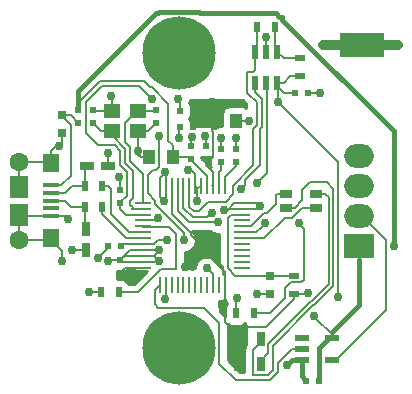
<source format=gbr>
G04 #@! TF.FileFunction,Copper,L1,Top,Signal*
%FSLAX46Y46*%
G04 Gerber Fmt 4.6, Leading zero omitted, Abs format (unit mm)*
G04 Created by KiCad (PCBNEW 4.0.1-stable) date 2/26/2016 3:51:48 AM*
%MOMM*%
G01*
G04 APERTURE LIST*
%ADD10C,0.100000*%
%ADD11R,0.750000X0.800000*%
%ADD12R,0.500000X0.600000*%
%ADD13R,1.000000X1.250000*%
%ADD14R,0.600000X0.500000*%
%ADD15R,0.762000X1.270000*%
%ADD16R,1.270000X0.762000*%
%ADD17R,1.092200X0.787400*%
%ADD18R,0.900000X0.500000*%
%ADD19R,0.500000X0.900000*%
%ADD20R,0.700000X1.300000*%
%ADD21R,0.620000X1.220000*%
%ADD22O,1.500000X0.250000*%
%ADD23O,0.250000X1.500000*%
%ADD24R,2.500000X2.000000*%
%ADD25O,2.500000X2.000000*%
%ADD26R,1.220000X0.620000*%
%ADD27C,6.200000*%
%ADD28R,1.600000X1.900000*%
%ADD29C,1.600000*%
%ADD30R,1.350000X0.400000*%
%ADD31R,1.400000X1.600000*%
%ADD32R,3.800000X2.030000*%
%ADD33R,1.400000X1.200000*%
%ADD34C,0.762000*%
%ADD35C,0.203200*%
%ADD36C,0.812800*%
%ADD37C,0.406400*%
%ADD38C,0.254000*%
G04 APERTURE END LIST*
D10*
D11*
X132080000Y-103493000D03*
X132080000Y-101993000D03*
D12*
X143002000Y-104606000D03*
X143002000Y-105706000D03*
D11*
X149733000Y-117082000D03*
X149733000Y-115582000D03*
D13*
X139462000Y-105537000D03*
X141462000Y-105537000D03*
D12*
X140081000Y-102658000D03*
X140081000Y-101558000D03*
X145542000Y-105960000D03*
X145542000Y-104860000D03*
D13*
X146796000Y-102489000D03*
X144796000Y-102489000D03*
D12*
X144272000Y-105706000D03*
X144272000Y-104606000D03*
X146812000Y-105960000D03*
X146812000Y-104860000D03*
X137033000Y-109389000D03*
X137033000Y-108289000D03*
X134747000Y-101558000D03*
X134747000Y-102658000D03*
X137033000Y-114258000D03*
X137033000Y-115358000D03*
D14*
X135975000Y-113030000D03*
X137075000Y-113030000D03*
D15*
X134112000Y-111633000D03*
X134112000Y-113411000D03*
D16*
X134239000Y-106299000D03*
X136017000Y-106299000D03*
D17*
X151028400Y-108623100D03*
X153619200Y-108623100D03*
X153619200Y-109816900D03*
X151028400Y-109816900D03*
D12*
X133477000Y-101558000D03*
X133477000Y-102658000D03*
D14*
X142071000Y-102997000D03*
X143171000Y-102997000D03*
X142071000Y-101600000D03*
X143171000Y-101600000D03*
D18*
X152273000Y-97167000D03*
X152273000Y-98667000D03*
D19*
X150102000Y-94488000D03*
X148602000Y-94488000D03*
X146824000Y-118745000D03*
X148324000Y-118745000D03*
X133997000Y-107950000D03*
X135497000Y-107950000D03*
X133997000Y-109728000D03*
X135497000Y-109728000D03*
D18*
X151765000Y-117082000D03*
X151765000Y-115582000D03*
D19*
X135382000Y-116967000D03*
X136882000Y-116967000D03*
D20*
X147005000Y-120904000D03*
X148905000Y-120904000D03*
X147005000Y-123063000D03*
X148905000Y-123063000D03*
D21*
X150302000Y-96617000D03*
X149352000Y-96617000D03*
X148402000Y-96617000D03*
X150302000Y-99217000D03*
X149352000Y-99217000D03*
X148402000Y-99217000D03*
D22*
X138920000Y-109391000D03*
X138920000Y-109891000D03*
X138920000Y-110391000D03*
X138920000Y-110891000D03*
X138920000Y-111391000D03*
X138920000Y-111891000D03*
X138920000Y-112391000D03*
X138920000Y-112891000D03*
X138920000Y-113391000D03*
X138920000Y-113891000D03*
X138920000Y-114391000D03*
X138920000Y-114891000D03*
D23*
X140370000Y-116341000D03*
X140870000Y-116341000D03*
X141370000Y-116341000D03*
X141870000Y-116341000D03*
X142370000Y-116341000D03*
X142870000Y-116341000D03*
X143370000Y-116341000D03*
X143870000Y-116341000D03*
X144370000Y-116341000D03*
X144870000Y-116341000D03*
X145370000Y-116341000D03*
X145870000Y-116341000D03*
D22*
X147320000Y-114891000D03*
X147320000Y-114391000D03*
X147320000Y-113891000D03*
X147320000Y-113391000D03*
X147320000Y-112891000D03*
X147320000Y-112391000D03*
X147320000Y-111891000D03*
X147320000Y-111391000D03*
X147320000Y-110891000D03*
X147320000Y-110391000D03*
X147320000Y-109891000D03*
X147320000Y-109391000D03*
D23*
X145870000Y-107941000D03*
X145370000Y-107941000D03*
X144870000Y-107941000D03*
X144370000Y-107941000D03*
X143870000Y-107941000D03*
X143370000Y-107941000D03*
X142870000Y-107941000D03*
X142370000Y-107941000D03*
X141870000Y-107941000D03*
X141370000Y-107941000D03*
X140870000Y-107941000D03*
X140370000Y-107941000D03*
D24*
X157226000Y-113030000D03*
D25*
X157226000Y-110490000D03*
X157226000Y-107950000D03*
X157226000Y-105410000D03*
D26*
X152370000Y-120843000D03*
X152370000Y-121793000D03*
X152370000Y-122743000D03*
X154970000Y-120843000D03*
X154970000Y-122743000D03*
D14*
X152739000Y-124460000D03*
X153839000Y-124460000D03*
D27*
X142011400Y-121691400D03*
X142011400Y-96748600D03*
D28*
X128473200Y-108020000D03*
X128473200Y-110420000D03*
D29*
X128473200Y-105920000D03*
X128473200Y-112520000D03*
D30*
X131148200Y-109220000D03*
X131148200Y-109870000D03*
X131148200Y-110520000D03*
X131148200Y-108570000D03*
X131148200Y-107920000D03*
D31*
X131148200Y-106020000D03*
X131148200Y-112420000D03*
D14*
X152950000Y-100076000D03*
X151850000Y-100076000D03*
D32*
X157480000Y-96012000D03*
D33*
X136314000Y-103339000D03*
X138514000Y-103339000D03*
X138514000Y-101639000D03*
X136314000Y-101639000D03*
D34*
X136017000Y-105179607D03*
X138532056Y-105024769D03*
X136271000Y-100330000D03*
X160528000Y-96012000D03*
X154179389Y-96012000D03*
X143554177Y-109212583D03*
X145823135Y-109980039D03*
X153924000Y-100076000D03*
X131828592Y-104617509D03*
X132080000Y-114300000D03*
X148816889Y-109687452D03*
X140684180Y-109223169D03*
X142736393Y-106619489D03*
X140850030Y-106790498D03*
X140192180Y-110721010D03*
X136905647Y-107188000D03*
X144399000Y-114935000D03*
X151157556Y-123162126D03*
X148590000Y-117094000D03*
X149352000Y-95377000D03*
X147931067Y-102501488D03*
X146812000Y-103886000D03*
X145592810Y-103886000D03*
X144221190Y-103759000D03*
X143129000Y-103831202D03*
X134366000Y-116967000D03*
X136017000Y-114300000D03*
X135128000Y-114046000D03*
X132969000Y-113411000D03*
X132588000Y-110744000D03*
X140316023Y-114340398D03*
X140335000Y-113411000D03*
X146919931Y-117457371D03*
X153419472Y-119002472D03*
X160197810Y-113030000D03*
X155448000Y-117348000D03*
X152913574Y-116995753D03*
X142494000Y-114808000D03*
X138303000Y-115951000D03*
X150368000Y-100838000D03*
X144780000Y-100838000D03*
X141931240Y-100574235D03*
X139708674Y-100575327D03*
X142440909Y-112534698D03*
X141986000Y-103886000D03*
X140335000Y-103759000D03*
X140970000Y-112522000D03*
X149280581Y-111144959D03*
X152134435Y-111130349D03*
X145308489Y-111048542D03*
X148620363Y-107713203D03*
X144779529Y-110241180D03*
X147233210Y-108244207D03*
X140779168Y-117582746D03*
D35*
X136017000Y-106299000D02*
X136017000Y-105179607D01*
X138758800Y-105537000D02*
X138532056Y-105310256D01*
X139462000Y-105537000D02*
X138758800Y-105537000D01*
X138514000Y-105006713D02*
X138532056Y-105024769D01*
X138514000Y-103339000D02*
X138514000Y-105006713D01*
X138532056Y-105310256D02*
X138532056Y-105024769D01*
X136314000Y-101639000D02*
X136314000Y-100373000D01*
X136314000Y-100373000D02*
X136271000Y-100330000D01*
X138514000Y-103339000D02*
X139400000Y-103339000D01*
X139400000Y-103339000D02*
X140081000Y-102658000D01*
X136314000Y-101639000D02*
X134828000Y-101639000D01*
X134828000Y-101639000D02*
X134747000Y-101558000D01*
D36*
X157480000Y-96012000D02*
X160528000Y-96012000D01*
X157480000Y-96012000D02*
X154179389Y-96012000D01*
D35*
X143554177Y-108337343D02*
X143554177Y-108673768D01*
X143555812Y-108335708D02*
X143554177Y-108337343D01*
X143554177Y-108673768D02*
X143554177Y-109212583D01*
X147320000Y-109891000D02*
X145912174Y-109891000D01*
X145912174Y-109891000D02*
X145823135Y-109980039D01*
X146105961Y-109980039D02*
X145823135Y-109980039D01*
X146695000Y-109391000D02*
X146105961Y-109980039D01*
X147320000Y-109391000D02*
X146695000Y-109391000D01*
X143870000Y-107941000D02*
X143555812Y-108255188D01*
X143370000Y-107941000D02*
X143555812Y-108126812D01*
X143555812Y-108255188D02*
X143555812Y-108335708D01*
X143555812Y-108126812D02*
X143555812Y-108335708D01*
X152950000Y-100076000D02*
X153924000Y-100076000D01*
X132080000Y-104366101D02*
X131828592Y-104617509D01*
X132080000Y-103493000D02*
X132080000Y-104366101D01*
X131547491Y-104617509D02*
X131828592Y-104617509D01*
X131148200Y-106020000D02*
X131148200Y-105016800D01*
X131148200Y-105016800D02*
X131547491Y-104617509D01*
X131148200Y-112420000D02*
X131148200Y-112520000D01*
X131148200Y-112520000D02*
X132080000Y-113451800D01*
X132080000Y-113451800D02*
X132080000Y-114300000D01*
X147320000Y-109891000D02*
X148613341Y-109891000D01*
X148613341Y-109891000D02*
X148816889Y-109687452D01*
X147320000Y-109391000D02*
X148520437Y-109391000D01*
X148520437Y-109391000D02*
X148816889Y-109687452D01*
X140870000Y-107941000D02*
X140870000Y-109037349D01*
X140370000Y-107941000D02*
X140370000Y-108908989D01*
X140370000Y-108908989D02*
X140684180Y-109223169D01*
X140870000Y-109037349D02*
X140684180Y-109223169D01*
X143370000Y-107941000D02*
X143370000Y-106987800D01*
X143370000Y-106987800D02*
X143001689Y-106619489D01*
X143001689Y-106619489D02*
X142736393Y-106619489D01*
X140370000Y-107941000D02*
X140370000Y-107270528D01*
X140370000Y-107270528D02*
X140850030Y-106790498D01*
X140870000Y-107941000D02*
X140870000Y-106810468D01*
X140870000Y-106810468D02*
X140850030Y-106790498D01*
X140022190Y-110891000D02*
X140192180Y-110721010D01*
X138920000Y-110891000D02*
X140022190Y-110891000D01*
X137033000Y-108289000D02*
X137033000Y-107315353D01*
X137033000Y-107315353D02*
X136905647Y-107188000D01*
X144870000Y-116341000D02*
X144870000Y-115406000D01*
X144870000Y-115406000D02*
X144399000Y-114935000D01*
D37*
X152370000Y-122743000D02*
X151576682Y-122743000D01*
X151576682Y-122743000D02*
X151157556Y-123162126D01*
D35*
X149733000Y-117082000D02*
X148602000Y-117082000D01*
X148602000Y-117082000D02*
X148590000Y-117094000D01*
X149352000Y-96617000D02*
X149352000Y-95377000D01*
X146796000Y-102489000D02*
X147918579Y-102489000D01*
X147918579Y-102489000D02*
X147931067Y-102501488D01*
X146812000Y-104860000D02*
X146812000Y-103886000D01*
X145542000Y-104860000D02*
X145542000Y-103936810D01*
X145542000Y-103936810D02*
X145592810Y-103886000D01*
X144272000Y-104606000D02*
X144272000Y-103809810D01*
X144272000Y-103809810D02*
X144221190Y-103759000D01*
X143002000Y-104606000D02*
X143002000Y-103958202D01*
X143002000Y-103958202D02*
X143129000Y-103831202D01*
X135382000Y-116967000D02*
X134366000Y-116967000D01*
X137033000Y-114258000D02*
X136059000Y-114258000D01*
X136059000Y-114258000D02*
X136017000Y-114300000D01*
X135975000Y-113030000D02*
X135975000Y-113199000D01*
X135975000Y-113199000D02*
X135128000Y-114046000D01*
X134112000Y-113411000D02*
X132969000Y-113411000D01*
X131148200Y-110520000D02*
X132364000Y-110520000D01*
X132364000Y-110520000D02*
X132588000Y-110744000D01*
X131148200Y-110520000D02*
X128573200Y-110520000D01*
X128573200Y-110520000D02*
X128473200Y-110420000D01*
X128473200Y-105920000D02*
X131048200Y-105920000D01*
X131048200Y-105920000D02*
X131148200Y-106020000D01*
X128473200Y-112520000D02*
X131048200Y-112520000D01*
X131048200Y-112520000D02*
X131148200Y-112420000D01*
X128473200Y-112520000D02*
X128473200Y-111388630D01*
X128473200Y-111388630D02*
X128473200Y-110420000D01*
X128473200Y-105920000D02*
X128473200Y-107051370D01*
X128473200Y-107051370D02*
X128473200Y-108020000D01*
X138920000Y-113891000D02*
X139855000Y-113891000D01*
X139855000Y-113891000D02*
X140335000Y-113411000D01*
X138920000Y-113891000D02*
X139866625Y-113891000D01*
X139866625Y-113891000D02*
X140316023Y-114340398D01*
X138920000Y-114391000D02*
X140265421Y-114391000D01*
X140265421Y-114391000D02*
X140316023Y-114340398D01*
X138920000Y-113391000D02*
X140315000Y-113391000D01*
X140315000Y-113391000D02*
X140335000Y-113411000D01*
X138920000Y-113391000D02*
X137850000Y-113391000D01*
X137850000Y-113391000D02*
X137033000Y-114208000D01*
X137033000Y-114208000D02*
X137033000Y-114258000D01*
X138920000Y-113891000D02*
X137400000Y-113891000D01*
X137400000Y-113891000D02*
X137033000Y-114258000D01*
X138920000Y-114391000D02*
X137166000Y-114391000D01*
X137166000Y-114391000D02*
X137033000Y-114258000D01*
D37*
X152370000Y-122743000D02*
X152370000Y-124091000D01*
X152370000Y-124091000D02*
X152739000Y-124460000D01*
D35*
X131148200Y-107920000D02*
X132026400Y-107920000D01*
X132026400Y-107920000D02*
X132856725Y-107089675D01*
X132856725Y-107089675D02*
X132856725Y-102794725D01*
X132856725Y-102794725D02*
X132080000Y-102018000D01*
X132080000Y-102018000D02*
X132080000Y-101993000D01*
X132080000Y-101993000D02*
X132812000Y-101993000D01*
X132812000Y-101993000D02*
X133477000Y-102658000D01*
X141462000Y-105537000D02*
X141462000Y-104505000D01*
X141097000Y-104140000D02*
X141097000Y-100993757D01*
X141462000Y-104505000D02*
X141097000Y-104140000D01*
X141097000Y-100993757D02*
X139675692Y-99572449D01*
X139675692Y-99572449D02*
X139517200Y-99572449D01*
X135300705Y-99107022D02*
X133477000Y-100930727D01*
X139517200Y-99572449D02*
X139051773Y-99107022D01*
X139051773Y-99107022D02*
X135300705Y-99107022D01*
X133477000Y-100930727D02*
X133477000Y-101558000D01*
D37*
X160197810Y-113030000D02*
X160197810Y-103335168D01*
X160197810Y-103335168D02*
X150758401Y-93895759D01*
X150758401Y-93895759D02*
X150758401Y-93712879D01*
X150758401Y-93712879D02*
X150677121Y-93631599D01*
X140053092Y-93343799D02*
X133459725Y-99937166D01*
X133459725Y-99937166D02*
X133459725Y-101506661D01*
X150677121Y-93631599D02*
X150494241Y-93631599D01*
X140328327Y-93242199D02*
X140226727Y-93343799D01*
X150494241Y-93631599D02*
X150206441Y-93343799D01*
X150206441Y-93343799D02*
X143796073Y-93343799D01*
X143796073Y-93343799D02*
X143694473Y-93242199D01*
X143694473Y-93242199D02*
X140328327Y-93242199D01*
X140226727Y-93343799D02*
X140053092Y-93343799D01*
D35*
X146824000Y-117553302D02*
X146919931Y-117457371D01*
X146824000Y-118745000D02*
X146824000Y-117553302D01*
X153800471Y-119383471D02*
X153419472Y-119002472D01*
X154970000Y-120329800D02*
X154746800Y-120329800D01*
X154746800Y-120329800D02*
X153800471Y-119383471D01*
X154970000Y-120843000D02*
X154970000Y-120329800D01*
X144399000Y-107970000D02*
X144370000Y-107941000D01*
D37*
X154970000Y-120329800D02*
X157226000Y-118073800D01*
X157226000Y-118073800D02*
X157226000Y-114233200D01*
D35*
X157226000Y-114233200D02*
X157226000Y-113030000D01*
D37*
X153839000Y-124460000D02*
X153839000Y-121674000D01*
X153839000Y-121674000D02*
X154670000Y-120843000D01*
D35*
X154670000Y-120843000D02*
X154970000Y-120843000D01*
X141462000Y-105537000D02*
X142833000Y-105537000D01*
X142833000Y-105537000D02*
X143002000Y-105706000D01*
X143002000Y-105706000D02*
X143002000Y-105756000D01*
X143002000Y-105756000D02*
X144379000Y-107133000D01*
X144379000Y-107133000D02*
X144379000Y-107941000D01*
X149733000Y-115582000D02*
X146772363Y-115582000D01*
X146772363Y-115582000D02*
X146110970Y-114920607D01*
X146427162Y-110391000D02*
X147329000Y-110391000D01*
X146110970Y-114920607D02*
X146110970Y-110707192D01*
X146110970Y-110707192D02*
X146427162Y-110391000D01*
X151765000Y-115582000D02*
X149733000Y-115582000D01*
X138414000Y-101639000D02*
X138514000Y-101639000D01*
X137423155Y-102629845D02*
X138414000Y-101639000D01*
X137846236Y-105893298D02*
X137846236Y-104652600D01*
X137846236Y-104652600D02*
X137423155Y-104229518D01*
X137423155Y-104229518D02*
X137423155Y-102629845D01*
X138929000Y-109391000D02*
X138929000Y-106976062D01*
X138929000Y-106976062D02*
X137846236Y-105893298D01*
X138514000Y-101639000D02*
X140000000Y-101639000D01*
X140000000Y-101639000D02*
X140081000Y-101558000D01*
X138430000Y-101220000D02*
X138355000Y-101220000D01*
X145542000Y-105960000D02*
X145542000Y-106600680D01*
X145542000Y-106600680D02*
X145379000Y-106763680D01*
X145379000Y-106763680D02*
X145379000Y-107941000D01*
X144706650Y-114091038D02*
X145870000Y-115254388D01*
X142494000Y-114808000D02*
X143210962Y-114091038D01*
X145870000Y-115254388D02*
X145870000Y-115608157D01*
X143210962Y-114091038D02*
X144706650Y-114091038D01*
X145879000Y-116341000D02*
X145879000Y-118262430D01*
X145879000Y-118262430D02*
X145859068Y-118282362D01*
X145859068Y-118282362D02*
X145859068Y-119458068D01*
X145859068Y-119458068D02*
X147005000Y-120604000D01*
X145704559Y-114844382D02*
X145704559Y-115442716D01*
X143005421Y-112145244D02*
X145704559Y-114844382D01*
X145704559Y-115442716D02*
X145870000Y-115608157D01*
X141370000Y-110345355D02*
X143005421Y-111980776D01*
X141370000Y-107941000D02*
X141370000Y-110345355D01*
X143005421Y-111980776D02*
X143005421Y-112145244D01*
X147005000Y-120604000D02*
X147005000Y-120904000D01*
X150302000Y-99217000D02*
X150302000Y-99517000D01*
X151346800Y-100076000D02*
X151850000Y-100076000D01*
X150302000Y-99517000D02*
X150861000Y-100076000D01*
X150861000Y-100076000D02*
X151346800Y-100076000D01*
X155448000Y-117348000D02*
X155448000Y-116625816D01*
X155448000Y-116625816D02*
X155471777Y-116602039D01*
X155471777Y-116602039D02*
X155471777Y-105941777D01*
X155471777Y-105941777D02*
X150748999Y-101218999D01*
X150748999Y-101218999D02*
X150368000Y-100838000D01*
X151765000Y-117082000D02*
X152827327Y-117082000D01*
X152827327Y-117082000D02*
X152913574Y-116995753D01*
X145870000Y-115608157D02*
X145870000Y-116341000D01*
X137033000Y-115358000D02*
X137710000Y-115358000D01*
X137710000Y-115358000D02*
X138303000Y-115951000D01*
X150368000Y-100838000D02*
X150368000Y-99283000D01*
X150368000Y-99283000D02*
X150302000Y-99217000D01*
X144796000Y-102489000D02*
X144796000Y-100854000D01*
X144796000Y-100854000D02*
X144780000Y-100838000D01*
X137033000Y-115358000D02*
X137033000Y-115308000D01*
X137033000Y-115308000D02*
X137450000Y-114891000D01*
X137450000Y-114891000D02*
X137966800Y-114891000D01*
X137966800Y-114891000D02*
X138920000Y-114891000D01*
X147005000Y-120604000D02*
X147659801Y-119949199D01*
X147659801Y-119949199D02*
X149351001Y-119949199D01*
X149351001Y-119949199D02*
X151765000Y-117535200D01*
X151765000Y-117535200D02*
X151765000Y-117082000D01*
X147005000Y-123063000D02*
X147005000Y-122209800D01*
X147005000Y-122209800D02*
X147005000Y-120904000D01*
X150846000Y-99217000D02*
X151396000Y-98667000D01*
X151396000Y-98667000D02*
X152273000Y-98667000D01*
X150302000Y-99217000D02*
X150846000Y-99217000D01*
X144907000Y-105524200D02*
X144907000Y-103428200D01*
X144907000Y-103428200D02*
X144796000Y-103317200D01*
X144796000Y-103317200D02*
X144796000Y-102489000D01*
X144272000Y-105706000D02*
X144725200Y-105706000D01*
X144725200Y-105706000D02*
X144907000Y-105524200D01*
X143171000Y-102997000D02*
X144288000Y-102997000D01*
X144288000Y-102997000D02*
X144796000Y-102489000D01*
X143171000Y-101600000D02*
X144032000Y-101600000D01*
X144032000Y-101600000D02*
X144796000Y-102364000D01*
X144796000Y-102364000D02*
X144796000Y-102489000D01*
X144272000Y-105706000D02*
X144272000Y-106209200D01*
X144272000Y-106209200D02*
X144879000Y-106816200D01*
X144879000Y-106816200D02*
X144879000Y-106987800D01*
X144879000Y-106987800D02*
X144879000Y-107941000D01*
X144808810Y-107870810D02*
X144879000Y-107941000D01*
X146812000Y-105960000D02*
X146812000Y-106289195D01*
X146812000Y-106289195D02*
X145879000Y-107222195D01*
X145879000Y-107222195D02*
X145879000Y-107941000D01*
X135100787Y-104493787D02*
X134112000Y-103505000D01*
X137591457Y-108780543D02*
X137591457Y-106788021D01*
X138646780Y-99513433D02*
X139327675Y-100194328D01*
X137033000Y-109389000D02*
X137033000Y-109339000D01*
X137033000Y-109339000D02*
X137591457Y-108780543D01*
X136537921Y-104493787D02*
X135100787Y-104493787D01*
X135469045Y-99513433D02*
X138646780Y-99513433D01*
X137591457Y-106788021D02*
X137033414Y-106229978D01*
X137033414Y-106229978D02*
X137033414Y-104989280D01*
X137033414Y-104989280D02*
X136537921Y-104493787D01*
X134112000Y-103505000D02*
X134112000Y-100870478D01*
X134112000Y-100870478D02*
X135469045Y-99513433D01*
X139327675Y-100194328D02*
X139708674Y-100575327D01*
X142071000Y-100713995D02*
X141931240Y-100574235D01*
X142071000Y-101600000D02*
X142071000Y-100713995D01*
X138929000Y-110391000D02*
X137531800Y-110391000D01*
X137531800Y-110391000D02*
X137033000Y-109892200D01*
X137033000Y-109892200D02*
X137033000Y-109389000D01*
X137439825Y-106061637D02*
X137439825Y-104820940D01*
X138929000Y-109891000D02*
X137975800Y-109891000D01*
X137865190Y-109212967D02*
X138116967Y-108961190D01*
X137439825Y-104820940D02*
X136314000Y-103695114D01*
X138116967Y-108961190D02*
X138116967Y-106738779D01*
X138116967Y-106738779D02*
X137439825Y-106061637D01*
X137865190Y-109569033D02*
X137865190Y-109212967D01*
X137975800Y-109891000D02*
X138081479Y-109785322D01*
X138081479Y-109785322D02*
X137865190Y-109569033D01*
X136314000Y-103695114D02*
X136314000Y-103339000D01*
X136314000Y-103339000D02*
X135428000Y-103339000D01*
X135428000Y-103339000D02*
X134747000Y-102658000D01*
X139974810Y-109212967D02*
X139974810Y-109529784D01*
X140082292Y-106590350D02*
X139809851Y-106590350D01*
X139335410Y-107064791D02*
X139335410Y-108573567D01*
X139809851Y-106590350D02*
X139335410Y-107064791D01*
X140335000Y-106337642D02*
X140082292Y-106590350D01*
X140335000Y-103759000D02*
X140335000Y-106337642D01*
X139335410Y-108573567D02*
X139974810Y-109212967D01*
X139974810Y-109529784D02*
X142440909Y-111995883D01*
X142440909Y-111995883D02*
X142440909Y-112534698D01*
X141986000Y-103886000D02*
X141986000Y-103082000D01*
X141986000Y-103082000D02*
X142071000Y-102997000D01*
X138920000Y-112891000D02*
X139873200Y-112891000D01*
X139873200Y-112891000D02*
X140242200Y-112522000D01*
X140242200Y-112522000D02*
X140970000Y-112522000D01*
X137075000Y-113030000D02*
X137214000Y-112891000D01*
X137214000Y-112891000D02*
X138920000Y-112891000D01*
X133997000Y-109728000D02*
X133997000Y-111518000D01*
X133997000Y-111518000D02*
X134112000Y-111633000D01*
X132334000Y-109220000D02*
X132842000Y-109728000D01*
X132842000Y-109728000D02*
X133997000Y-109728000D01*
X131148200Y-109220000D02*
X132334000Y-109220000D01*
X133997000Y-107950000D02*
X133997000Y-106541000D01*
X133997000Y-106541000D02*
X134239000Y-106299000D01*
X132349000Y-108570000D02*
X132969000Y-107950000D01*
X132969000Y-107950000D02*
X133997000Y-107950000D01*
X131148200Y-108570000D02*
X132349000Y-108570000D01*
X150279100Y-108623100D02*
X150177499Y-108724701D01*
X151028400Y-108623100D02*
X150279100Y-108623100D01*
X150177499Y-108724701D02*
X150177499Y-109495701D01*
X150177499Y-109495701D02*
X149415634Y-110257566D01*
X149198078Y-110257566D02*
X148064644Y-111391000D01*
X149415634Y-110257566D02*
X149198078Y-110257566D01*
X148064644Y-111391000D02*
X147329000Y-111391000D01*
X154368500Y-108623100D02*
X154658956Y-108913556D01*
X148905000Y-122763000D02*
X148905000Y-123063000D01*
X149559801Y-121317497D02*
X149559801Y-122108199D01*
X154658956Y-116265359D02*
X153242760Y-117681555D01*
X149559801Y-122108199D02*
X148905000Y-122763000D01*
X153195743Y-117681555D02*
X149559801Y-121317497D01*
X154658956Y-108913556D02*
X154658956Y-116265359D01*
X153242760Y-117681555D02*
X153195743Y-117681555D01*
X153619200Y-108623100D02*
X154368500Y-108623100D01*
X153619200Y-109816900D02*
X152442807Y-109816900D01*
X152442807Y-109816900D02*
X151599385Y-110660322D01*
X149219091Y-112391000D02*
X147329000Y-112391000D01*
X151599385Y-110660322D02*
X151599385Y-110669611D01*
X151599385Y-110669611D02*
X150940480Y-110669611D01*
X150940480Y-110669611D02*
X149219091Y-112391000D01*
X148250199Y-123956841D02*
X148250199Y-121858801D01*
X148250199Y-121858801D02*
X148905000Y-121204000D01*
X153411100Y-118087966D02*
X153364083Y-118087966D01*
X153064758Y-107666242D02*
X154529242Y-107666242D01*
X148311159Y-124017801D02*
X148250199Y-123956841D01*
X149966211Y-123550431D02*
X149498841Y-124017801D01*
X149966212Y-121485836D02*
X149966211Y-123550431D01*
X155065367Y-116433699D02*
X153411100Y-118087966D01*
X149498841Y-124017801D02*
X148311159Y-124017801D01*
X155065367Y-108202367D02*
X155065367Y-116433699D01*
X154529242Y-107666242D02*
X155065367Y-108202367D01*
X152400000Y-108331000D02*
X153064758Y-107666242D01*
X151028400Y-109816900D02*
X151777700Y-109816900D01*
X152400000Y-109194600D02*
X152400000Y-108331000D01*
X151777700Y-109816900D02*
X152400000Y-109194600D01*
X148905000Y-121204000D02*
X148905000Y-120904000D01*
X153364083Y-118087966D02*
X149966212Y-121485836D01*
X152273000Y-97167000D02*
X150852000Y-97167000D01*
X150852000Y-97167000D02*
X150302000Y-96617000D01*
X150102000Y-94488000D02*
X150102000Y-96417000D01*
X150102000Y-96417000D02*
X150302000Y-96617000D01*
X145938949Y-109294219D02*
X146547409Y-108685759D01*
X147848159Y-98302199D02*
X148263347Y-98302199D01*
X148616869Y-100900511D02*
X147787199Y-100070841D01*
X148263347Y-98302199D02*
X148402000Y-98163546D01*
X144485380Y-109294219D02*
X145938949Y-109294219D01*
X147787199Y-98363159D02*
X147848159Y-98302199D01*
X147787199Y-100070841D02*
X147787199Y-98363159D01*
X148263347Y-103184196D02*
X148616869Y-102830674D01*
X148402000Y-98163546D02*
X148402000Y-97430200D01*
X148402000Y-97430200D02*
X148402000Y-96617000D01*
X142868365Y-109760462D02*
X143224981Y-110117078D01*
X146547409Y-108685759D02*
X146547409Y-107937770D01*
X142868365Y-108895835D02*
X142868365Y-109760462D01*
X146547409Y-107937770D02*
X148263347Y-106221832D01*
X143224981Y-110117078D02*
X143662521Y-110117078D01*
X142870000Y-107941000D02*
X142870000Y-108894200D01*
X143662521Y-110117078D02*
X144485380Y-109294219D01*
X142870000Y-108894200D02*
X142868365Y-108895835D01*
X148616869Y-102830674D02*
X148616869Y-100900511D01*
X148263347Y-106221832D02*
X148263347Y-103184196D01*
X148602000Y-94488000D02*
X148602000Y-96417000D01*
X148602000Y-96417000D02*
X148402000Y-96617000D01*
X148324000Y-118745000D02*
X149733000Y-118745000D01*
X151461557Y-116136801D02*
X152356735Y-116136801D01*
X151010199Y-117467801D02*
X151010199Y-116588159D01*
X152515434Y-111511348D02*
X152134435Y-111130349D01*
X149733000Y-118745000D02*
X151010199Y-117467801D01*
X151010199Y-116588159D02*
X151461557Y-116136801D01*
X152540205Y-111536119D02*
X152515434Y-111511348D01*
X152356735Y-116136801D02*
X152540205Y-115953331D01*
X152540205Y-115953331D02*
X152540205Y-111536119D01*
X148899582Y-111525958D02*
X149280581Y-111144959D01*
X147320000Y-111891000D02*
X148534540Y-111891000D01*
X148534540Y-111891000D02*
X148899582Y-111525958D01*
X136271000Y-108270800D02*
X136271000Y-110363000D01*
X136271000Y-110363000D02*
X137799000Y-111891000D01*
X137799000Y-111891000D02*
X137975800Y-111891000D01*
X137975800Y-111891000D02*
X138929000Y-111891000D01*
X135497000Y-107950000D02*
X135950200Y-107950000D01*
X135950200Y-107950000D02*
X136271000Y-108270800D01*
X135497000Y-109728000D02*
X135497000Y-110381200D01*
X135497000Y-110381200D02*
X137510800Y-112395000D01*
X137510800Y-112395000D02*
X138938000Y-112395000D01*
X136882000Y-116967000D02*
X138506136Y-116967000D01*
X141773505Y-112882280D02*
X141755108Y-112863883D01*
X138935812Y-111406812D02*
X138920000Y-111391000D01*
X141755108Y-112038334D02*
X141123586Y-111406812D01*
X141755108Y-112863883D02*
X141755108Y-112038334D01*
X141123586Y-111406812D02*
X138935812Y-111406812D01*
X141773505Y-115010312D02*
X141773505Y-112882280D01*
X138506136Y-116967000D02*
X140462824Y-115010312D01*
X140462824Y-115010312D02*
X141773505Y-115010312D01*
X144769674Y-111048542D02*
X145308489Y-111048542D01*
X142867057Y-111048542D02*
X144769674Y-111048542D01*
X141870000Y-110051485D02*
X142867057Y-111048542D01*
X141870000Y-107941000D02*
X141870000Y-110051485D01*
X149352000Y-99217000D02*
X149452558Y-99317558D01*
X149452558Y-99317558D02*
X149452558Y-106881008D01*
X149452558Y-106881008D02*
X149001362Y-107332204D01*
X149001362Y-107332204D02*
X148620363Y-107713203D01*
X144398530Y-110622179D02*
X144779529Y-110241180D01*
X142370000Y-107941000D02*
X142370000Y-109836848D01*
X143155331Y-110622179D02*
X144398530Y-110622179D01*
X142370000Y-109836848D02*
X143155331Y-110622179D01*
X148857952Y-106201977D02*
X148857952Y-103173087D01*
X148857952Y-103173087D02*
X149023280Y-103007759D01*
X147614209Y-107445720D02*
X148857952Y-106201977D01*
X147614209Y-107863208D02*
X147614209Y-107445720D01*
X147233210Y-108244207D02*
X147614209Y-107863208D01*
X149023280Y-100651480D02*
X148402000Y-100030200D01*
X149023280Y-103007759D02*
X149023280Y-100651480D01*
X148402000Y-100030200D02*
X148402000Y-99217000D01*
X159512000Y-118501000D02*
X159512000Y-112526000D01*
X159512000Y-112526000D02*
X157476000Y-110490000D01*
X157476000Y-110490000D02*
X157226000Y-110490000D01*
X154970000Y-122743000D02*
X155270000Y-122743000D01*
X155270000Y-122743000D02*
X159512000Y-118501000D01*
X156976000Y-110490000D02*
X157226000Y-110490000D01*
X140870000Y-116341000D02*
X140870000Y-117094000D01*
X140870000Y-117094000D02*
X140870000Y-117629000D01*
X150372620Y-123718772D02*
X149667181Y-124424211D01*
X152370000Y-121793000D02*
X151556800Y-121793000D01*
X149667181Y-124424211D02*
X146817569Y-124424211D01*
X146817569Y-124424211D02*
X145416201Y-123022843D01*
X150372621Y-122977179D02*
X150372620Y-123718772D01*
X145416201Y-123022843D02*
X145416201Y-119570776D01*
X151556800Y-121793000D02*
X150372621Y-122977179D01*
X145416201Y-119570776D02*
X144113991Y-118268566D01*
X144113991Y-118268566D02*
X140244878Y-118268566D01*
X140244878Y-118268566D02*
X139934921Y-117958609D01*
X139934921Y-117958609D02*
X139934921Y-116785079D01*
X139934921Y-116785079D02*
X140379000Y-116341000D01*
D38*
G36*
X147609910Y-119646441D02*
X147701000Y-119708680D01*
X147701000Y-121380366D01*
X147569669Y-121576916D01*
X147513599Y-121858801D01*
X147513599Y-123687611D01*
X147122679Y-123687611D01*
X146152801Y-122717733D01*
X146152801Y-119675747D01*
X146322110Y-119791431D01*
X146574000Y-119842440D01*
X147074000Y-119842440D01*
X147309317Y-119798162D01*
X147525441Y-119659090D01*
X147573134Y-119589289D01*
X147609910Y-119646441D01*
X147609910Y-119646441D01*
G37*
X147609910Y-119646441D02*
X147701000Y-119708680D01*
X147701000Y-121380366D01*
X147569669Y-121576916D01*
X147513599Y-121858801D01*
X147513599Y-123687611D01*
X147122679Y-123687611D01*
X146152801Y-122717733D01*
X146152801Y-119675747D01*
X146322110Y-119791431D01*
X146574000Y-119842440D01*
X147074000Y-119842440D01*
X147309317Y-119798162D01*
X147525441Y-119659090D01*
X147573134Y-119589289D01*
X147609910Y-119646441D01*
G36*
X145903755Y-117658579D02*
X146030582Y-117965523D01*
X145977569Y-118043110D01*
X145926560Y-118295000D01*
X145926560Y-119039425D01*
X145471395Y-118584260D01*
X145414626Y-117846260D01*
X145400860Y-117797762D01*
X145369311Y-117758442D01*
X145353339Y-117749820D01*
X145370000Y-117753134D01*
X145660839Y-117695282D01*
X145903864Y-117532898D01*
X145903755Y-117658579D01*
X145903755Y-117658579D01*
G37*
X145903755Y-117658579D02*
X146030582Y-117965523D01*
X145977569Y-118043110D01*
X145926560Y-118295000D01*
X145926560Y-119039425D01*
X145471395Y-118584260D01*
X145414626Y-117846260D01*
X145400860Y-117797762D01*
X145369311Y-117758442D01*
X145353339Y-117749820D01*
X145370000Y-117753134D01*
X145660839Y-117695282D01*
X145903864Y-117532898D01*
X145903755Y-117658579D01*
G36*
X138267866Y-115151000D02*
X139280426Y-115151000D01*
X138201026Y-116230400D01*
X137702162Y-116230400D01*
X137596090Y-116065559D01*
X137383890Y-115920569D01*
X137132000Y-115869560D01*
X136779000Y-115869560D01*
X136779000Y-115204630D01*
X136783000Y-115205440D01*
X137283000Y-115205440D01*
X137518317Y-115161162D01*
X137570474Y-115127600D01*
X138150227Y-115127600D01*
X138267866Y-115151000D01*
X138267866Y-115151000D01*
G37*
X138267866Y-115151000D02*
X139280426Y-115151000D01*
X138201026Y-116230400D01*
X137702162Y-116230400D01*
X137596090Y-116065559D01*
X137383890Y-115920569D01*
X137132000Y-115869560D01*
X136779000Y-115869560D01*
X136779000Y-115204630D01*
X136783000Y-115205440D01*
X137283000Y-115205440D01*
X137518317Y-115161162D01*
X137570474Y-115127600D01*
X138150227Y-115127600D01*
X138267866Y-115151000D01*
G36*
X144732220Y-111909363D02*
X145105507Y-112064366D01*
X145374370Y-112064600D01*
X145374370Y-114635034D01*
X145260825Y-114360234D01*
X144975269Y-114074179D01*
X144601982Y-113919176D01*
X144197792Y-113918824D01*
X143824234Y-114073175D01*
X143538179Y-114358731D01*
X143383176Y-114732018D01*
X143383002Y-114931452D01*
X143370000Y-114928866D01*
X143120000Y-114978595D01*
X142870000Y-114928866D01*
X142620000Y-114978595D01*
X142510105Y-114956735D01*
X142510105Y-113550759D01*
X142642117Y-113550874D01*
X143015675Y-113396523D01*
X143301730Y-113110967D01*
X143456733Y-112737680D01*
X143457085Y-112333490D01*
X143302734Y-111959932D01*
X143137417Y-111794326D01*
X143135590Y-111785142D01*
X144608216Y-111785142D01*
X144732220Y-111909363D01*
X144732220Y-111909363D01*
G37*
X144732220Y-111909363D02*
X145105507Y-112064366D01*
X145374370Y-112064600D01*
X145374370Y-114635034D01*
X145260825Y-114360234D01*
X144975269Y-114074179D01*
X144601982Y-113919176D01*
X144197792Y-113918824D01*
X143824234Y-114073175D01*
X143538179Y-114358731D01*
X143383176Y-114732018D01*
X143383002Y-114931452D01*
X143370000Y-114928866D01*
X143120000Y-114978595D01*
X142870000Y-114928866D01*
X142620000Y-114978595D01*
X142510105Y-114956735D01*
X142510105Y-113550759D01*
X142642117Y-113550874D01*
X143015675Y-113396523D01*
X143301730Y-113110967D01*
X143456733Y-112737680D01*
X143457085Y-112333490D01*
X143302734Y-111959932D01*
X143137417Y-111794326D01*
X143135590Y-111785142D01*
X144608216Y-111785142D01*
X144732220Y-111909363D01*
G36*
X144644560Y-105660000D02*
X144644560Y-106260000D01*
X144667007Y-106379297D01*
X143899440Y-105611730D01*
X143899440Y-105528621D01*
X144022000Y-105553440D01*
X144522000Y-105553440D01*
X144671849Y-105525244D01*
X144644560Y-105660000D01*
X144644560Y-105660000D01*
G37*
X144644560Y-105660000D02*
X144644560Y-106260000D01*
X144667007Y-106379297D01*
X143899440Y-105611730D01*
X143899440Y-105528621D01*
X144022000Y-105553440D01*
X144522000Y-105553440D01*
X144671849Y-105525244D01*
X144644560Y-105660000D01*
G36*
X147701000Y-101026352D02*
X147701000Y-101372185D01*
X147547890Y-101267569D01*
X147296000Y-101216560D01*
X146296000Y-101216560D01*
X146060683Y-101260838D01*
X145844559Y-101399910D01*
X145699569Y-101612110D01*
X145648560Y-101864000D01*
X145648560Y-102870048D01*
X145391602Y-102869824D01*
X145018044Y-103024175D01*
X144970557Y-103071579D01*
X144797459Y-102898179D01*
X144424172Y-102743176D01*
X144019982Y-102742824D01*
X143646424Y-102897175D01*
X143611920Y-102931619D01*
X143331982Y-102815378D01*
X143018440Y-102815105D01*
X143018440Y-102747000D01*
X142974162Y-102511683D01*
X142835096Y-102295569D01*
X142967431Y-102101890D01*
X143018440Y-101850000D01*
X143018440Y-101350000D01*
X142974162Y-101114683D01*
X142872523Y-100956731D01*
X142947064Y-100777217D01*
X142947122Y-100711000D01*
X147385648Y-100711000D01*
X147701000Y-101026352D01*
X147701000Y-101026352D01*
G37*
X147701000Y-101026352D02*
X147701000Y-101372185D01*
X147547890Y-101267569D01*
X147296000Y-101216560D01*
X146296000Y-101216560D01*
X146060683Y-101260838D01*
X145844559Y-101399910D01*
X145699569Y-101612110D01*
X145648560Y-101864000D01*
X145648560Y-102870048D01*
X145391602Y-102869824D01*
X145018044Y-103024175D01*
X144970557Y-103071579D01*
X144797459Y-102898179D01*
X144424172Y-102743176D01*
X144019982Y-102742824D01*
X143646424Y-102897175D01*
X143611920Y-102931619D01*
X143331982Y-102815378D01*
X143018440Y-102815105D01*
X143018440Y-102747000D01*
X142974162Y-102511683D01*
X142835096Y-102295569D01*
X142967431Y-102101890D01*
X143018440Y-101850000D01*
X143018440Y-101350000D01*
X142974162Y-101114683D01*
X142872523Y-100956731D01*
X142947064Y-100777217D01*
X142947122Y-100711000D01*
X147385648Y-100711000D01*
X147701000Y-101026352D01*
M02*

</source>
